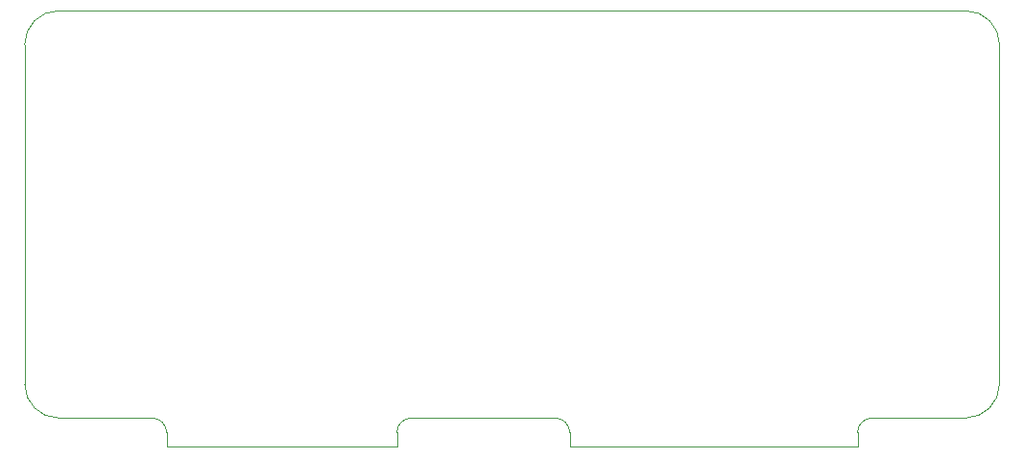
<source format=gm1>
%TF.GenerationSoftware,KiCad,Pcbnew,8.99.0-2433-g53022ab347*%
%TF.CreationDate,2024-10-05T16:52:00+02:00*%
%TF.ProjectId,Flipper SAO Debug,466c6970-7065-4722-9053-414f20446562,1.0*%
%TF.SameCoordinates,PX25b7c30PY3881550*%
%TF.FileFunction,Profile,NP*%
%FSLAX46Y46*%
G04 Gerber Fmt 4.6, Leading zero omitted, Abs format (unit mm)*
G04 Created by KiCad (PCBNEW 8.99.0-2433-g53022ab347) date 2024-10-05 16:52:00*
%MOMM*%
%LPD*%
G01*
G04 APERTURE LIST*
%TA.AperFunction,Profile*%
%ADD10C,0.050000*%
%TD*%
G04 APERTURE END LIST*
D10*
X83000000Y0D02*
G75*
G02*
X86000000Y-3000000I0J-3000000D01*
G01*
X86000000Y-3000000D02*
X86000000Y-33000000D01*
X0Y-33000000D02*
X0Y-3000000D01*
X0Y-3000000D02*
G75*
G02*
X3000000Y0I3000000J0D01*
G01*
X83000000Y-36000000D02*
X74750000Y-36000000D01*
X73480000Y-37270000D02*
G75*
G02*
X74750000Y-36000000I1270000J0D01*
G01*
X3000000Y-36000000D02*
G75*
G02*
X0Y-33000000I0J3000000D01*
G01*
X12520000Y-38540000D02*
X12520000Y-37270000D01*
X12520000Y-38540000D02*
X32840000Y-38540000D01*
X11250000Y-36000000D02*
G75*
G02*
X12520000Y-37270000I0J-1270000D01*
G01*
X34110000Y-36000000D02*
X46810000Y-36000000D01*
X3000000Y-36000000D02*
X11250000Y-36000000D01*
X32840000Y-37270000D02*
G75*
G02*
X34110000Y-36000000I1270000J0D01*
G01*
X48080000Y-38540000D02*
X48080000Y-37270000D01*
X73480000Y-38540000D02*
X73480000Y-37270000D01*
X86000000Y-33000000D02*
G75*
G02*
X83000000Y-36000000I-3000000J0D01*
G01*
X46810000Y-36000000D02*
G75*
G02*
X48080000Y-37270000I0J-1270000D01*
G01*
X32840000Y-38540000D02*
X32840000Y-37270000D01*
X3000000Y0D02*
X83000000Y0D01*
X48080000Y-38540000D02*
X73480000Y-38540000D01*
M02*

</source>
